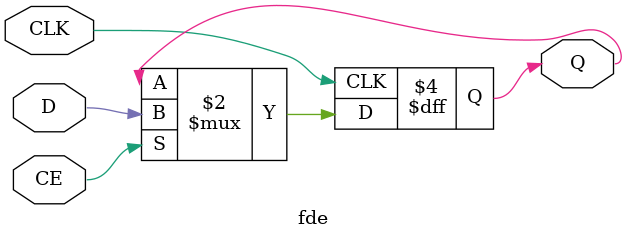
<source format=v>
module fde(
  input CLK,
  input CE,
  input D,
  output reg Q
);

  always @(posedge CLK) begin
    if (CE) begin
      Q <= D;
    end
  end

endmodule


</source>
